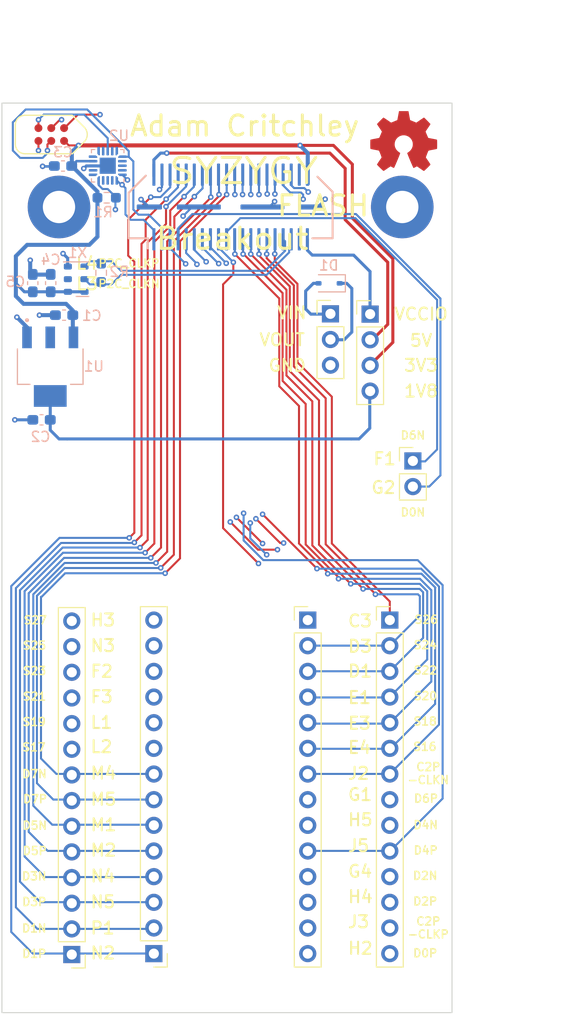
<source format=kicad_pcb>
(kicad_pcb (version 20221018) (generator pcbnew)
  (title_block (title "SYZYGY Breakout Flash") (date "2023-08-22") (rev "r1.0") (company "Adam Critchley") (comment 1 "SYZYGY Pod"))
  (layers (0 "F.Cu" signal) (1 "In1.Cu" signal) (2 "In2.Cu" power) (31 "B.Cu" signal) (34 "B.Paste" user) (35 "F.Paste" user) (36 "B.SilkS" user "B.Silkscreen") (37 "F.SilkS" user "F.Silkscreen") (38 "B.Mask" user) (39 "F.Mask" user) (44 "Edge.Cuts" user))
  (net 0 "")
  (net 1 "GND")
  (net 2 "/SCL")
  (net 3 "/SDA")
  (net 4 "/RGA")
  (net 5 "/D0_P")
  (net 6 "/D1_P")
  (net 7 "/D0_N")
  (net 8 "/D1_N")
  (net 9 "/D2_P")
  (net 10 "/D3_P")
  (net 11 "/D2_N")
  (net 12 "+5V")
  (net 13 "/D3_N")
  (net 14 "/D4_P")
  (net 15 "/D5_P")
  (net 16 "/D4_N")
  (net 17 "/D5_N")
  (net 18 "/D6_P")
  (net 19 "/D7_P")
  (net 20 "/D6_N")
  (net 21 "/D7_N")
  (net 22 "/S16")
  (net 23 "/S17")
  (net 24 "/S19")
  (net 25 "/S20")
  (net 26 "/S21")
  (net 27 "/S22")
  (net 28 "/S23")
  (net 29 "/S24")
  (net 30 "/S25")
  (net 31 "/S26")
  (net 32 "/S27")
  (net 33 "/P2C_CLK_P")
  (net 36 "+1V8")
  (net 37 "/S18")
  (net 38 "/P2C_CLK_N")
  (net 39 "VCCIO")
  (net 40 "+3V3")
  (net 42 "VCC")
  (net 43 "/Peripheral MCU/MISO")
  (net 44 "/Peripheral MCU/~{RESET}")
  (net 58 "/C2P_CLKP")
  (net 59 "/C2P_CLKN")
  (net 60 "Net-(D1-A)")
  (footprint "Connector_PinHeader_2.54mm:PinHeader_1x02_P2.54mm_Vertical" (layer "F.Cu") (at 148.034 115.627)
    (fp_text reference "J10" hide)
    (fp_text value "Conn_01x02")
  )
  (footprint "Connector_PinHeader_2.54mm:PinHeader_1x14_P2.54mm_Vertical" (layer "F.Cu") (at 137.62 131.38)
    (fp_text reference "J2" hide)
    (fp_text value "Conn_01x14")
  )
  (footprint "Connector_PinHeader_2.54mm:PinHeader_1x04_P2.54mm_Vertical" (layer "F.Cu") (at 143.798 101.092)
    (fp_text reference "J4" hide)
    (fp_text value "Conn_01x04")
  )
  (footprint "Symbol:OSHW-Symbol_6.7x6mm_Copper" (layer "F.Cu") (at 147.1168 83.9724)
    (fp_text reference "REF**" hide)
    (fp_text value "OSHW-Symbol_6.7x6mm_Copper" hide)
  )
  (footprint "Connector_PinHeader_2.54mm:PinHeader_1x03_P2.54mm_Vertical" (layer "F.Cu") (at 139.8683 101.0644)
    (fp_text reference "J5" hide)
    (fp_text value "Conn_01x03")
  )
  (footprint "Connector_PinHeader_2.54mm:PinHeader_1x14_P2.54mm_Vertical" (layer "F.Cu") (at 122.3772 164.4 180)
    (fp_text reference "J3" hide)
    (fp_text value "Conn_01x14")
  )
  (footprint "Connector_PinHeader_2.54mm:PinHeader_1x14_P2.54mm_Vertical" (layer "F.Cu") (at 145.748 131.38)
    (fp_text reference "J9" hide)
    (fp_text value "Conn_01x14")
  )
  (footprint "Connector_PinHeader_2.54mm:PinHeader_1x14_P2.54mm_Vertical" (layer "F.Cu") (at 114.2492 164.4904 180)
    (fp_text reference "J8" hide)
    (fp_text value "Conn_01x14")
  )
  (footprint "pkl_tag_connect:TC2030-NL_SMALL" (layer "F.Cu") (at 112.2172 83.312 180)
    (fp_text reference "J6")
    (fp_text value "TagConnect")
  )
  (footprint "gsd-footprints:SYZYGY-STD-POD" (layer "B.Cu") (at 129.982 90.486 180)
    (fp_text reference "J1" hide)
    (fp_text value "SYZYGY-STD" hide)
  )
  (footprint "Capacitor_SMD:C_0603_1608Metric_Pad1.08x0.95mm_HandSolder" (layer "B.Cu") (at 110.3852 98.0239 90)
    (fp_text reference "C5")
    (fp_text value "0.1uF")
  )
  (footprint "Resistor_SMD:R_0603_1608Metric_Pad0.98x0.95mm_HandSolder" (layer "B.Cu") (at 117.7055 89.5718)
    (fp_text reference "R1")
    (fp_text value "10K")
  )
  (footprint "Diode_SMD:D_SOD-323" (layer "B.Cu") (at 139.734 98.044 180)
    (fp_text reference "D1")
    (fp_text value "BAT60A")
  )
  (footprint "Capacitor_SMD:C_0603_1608Metric_Pad1.08x0.95mm_HandSolder" (layer "B.Cu") (at 113.4872 101.1936)
    (fp_text reference "C1")
    (fp_text value "1uF")
  )
  (footprint "Capacitor_SMD:C_0603_1608Metric_Pad1.08x0.95mm_HandSolder" (layer "B.Cu") (at 112.1621 98.0197 90)
    (fp_text reference "C4")
    (fp_text value "1uF")
  )
  (footprint "Oscillator:Oscillator_SMD_Silicon_Labs_LGA-6_2.5x3.2mm_P1.25mm" (layer "B.Cu") (at 114.6851 97.6322)
    (fp_text reference "X1")
    (fp_text value "SG3225VAN")
  )
  (footprint "Capacitor_SMD:C_0603_1608Metric_Pad1.08x0.95mm_HandSolder" (layer "B.Cu") (at 111.2531 111.5568 180)
    (fp_text reference "C2")
    (fp_text value "1uF")
  )
  (footprint "Capacitor_SMD:C_0603_1608Metric_Pad1.08x0.95mm_HandSolder" (layer "B.Cu") (at 113.38 86.43 180)
    (fp_text reference "C3")
    (fp_text value "0.1uF")
  )
  (footprint "kicad-libs:SOT230P700X180-4N" (layer "B.Cu") (at 112.1156 106.2946 -90)
    (fp_text reference "U1")
    (fp_text value "TLV1117LV18DCYT")
  )
  (footprint "Resistor_SMD:R_0603_1608Metric_Pad0.98x0.95mm_HandSolder" (layer "B.Cu") (at 117.1587 97.0007 90)
    (fp_text reference "R2")
    (fp_text value "100R")
  )
  (footprint "Package_DFN_QFN:QFN-20-1EP_3x3mm_P0.45mm_EP1.6x1.6mm" (layer "B.Cu") (at 117.808 86.403 90)
    (fp_text reference "U2")
    (fp_text value "ATtiny44A-MMH")
  )
  (gr_rect (start 107.3305 80.199) (end 151.9075 170.242) (stroke (width 0.1)) (fill none) (layer "Edge.Cuts"))
  (gr_text "D0N" (at 148.034 120.712) (layer "F.SilkS") (effects (font (size 0.8 0.8) (thickness 0.15) bold)))
  (gr_text "C3" (at 141.5 131.468252) (layer "F.SilkS") (effects (font (size 1.2 1.2) (thickness 0.2) bold) (justify left)))
  (gr_text "L1" (at 116 141.514701) (layer "F.SilkS") (effects (font (size 1.2 1.2) (thickness 0.2) bold) (justify left)))
  (gr_text "Adam Critchley" (at 119.84 83.628) (layer "F.SilkS") (effects (font (size 2 2) (thickness 0.3) bold) (justify left bottom)))
  (gr_text "L4" (at 114.554 96.0628) (layer "F.SilkS") (effects (font (size 1.2 1.2) (thickness 0.2) bold) (justify left)))
  (gr_text "D1P" (at 110.528296 164.408153) (layer "F.SilkS") (effects (font (size 0.8 0.8) (thickness 0.15) bold)))
  (gr_text "N2" (at 116 164.338) (layer "F.SilkS") (effects (font (size 1.2 1.2) (thickness 0.2) bold) (justify left)))
  (gr_text "L3" (at 114.581001 98.0948) (layer "F.SilkS") (effects (font (size 1.2 1.2) (thickness 0.2) bold) (justify left)))
  (gr_text "S18" (at 149.248395 141.404863) (layer "F.SilkS") (effects (font (size 0.8 0.8) (thickness 0.15) bold)))
  (gr_text "D1N" (at 110.528296 161.896998) (layer "F.SilkS") (effects (font (size 0.8 0.8) (thickness 0.15) bold)))
  (gr_text "GND" (at 135.588 106.172) (layer "F.SilkS") (effects (font (size 1.2 1.2) (thickness 0.2))))
  (gr_text "C2P\n-CLKP" (at 149.558 161.845121) (layer "F.SilkS") (effects (font (size 0.8 0.8) (thickness 0.15) bold)))
  (gr_text "E4" (at 141.5 143.997023) (layer "F.SilkS") (effects (font (size 1.2 1.2) (thickness 0.2) bold) (justify left)))
  (gr_text "S24" (at 149.275396 133.844398) (layer "F.SilkS") (effects (font (size 0.8 0.8) (thickness 0.15) bold)))
  (gr_text "VIN" (at 136.045414 100.965) (layer "F.SilkS") (effects (font (size 1.2 1.2) (thickness 0.2))))
  (gr_text "D2N" (at 149.248395 156.687804) (layer "F.SilkS") (effects (font (size 0.8 0.8) (thickness 0.15) bold)))
  (gr_text "F2" (at 116 136.446606) (layer "F.SilkS") (effects (font (size 1.2 1.2) (thickness 0.2) bold) (justify left)))
  (gr_text "D3" (at 141.5 133.979406) (layer "F.SilkS") (effects (font (size 1.2 1.2) (thickness 0.2) bold) (justify left)))
  (gr_text "D4P" (at 149.302398 154.176649) (layer "F.SilkS") (effects (font (size 0.8 0.8) (thickness 0.15) bold)))
  (gr_text "P2C_CLKN" (at 119.915001 98.0948) (layer "F.SilkS") (effects (font (size 0.8 0.8) (thickness 0.15) bold)))
  (gr_text "C2P\n-CLKN" (at 149.558 146.562181) (layer "F.SilkS") (effects (font (size 0.8 0.8) (thickness 0.15) bold)))
  (gr_text "D5N" (at 110.582299 151.717372) (layer "F.SilkS") (effects (font (size 0.8 0.8) (thickness 0.15) bold)))
  (gr_text "H2" (at 141.5 163.870246) (layer "F.SilkS") (effects (font (size 1.2 1.2) (thickness 0.2) bold) (justify left)))
  (gr_text "N3" (at 116 133.912559) (layer "F.SilkS") (effects (font (size 1.2 1.2) (thickness 0.2) bold) (justify left)))
  (gr_text "S16" (at 149.221393 143.916018) (layer "F.SilkS") (effects (font (size 0.8 0.8) (thickness 0.15) bold)))
  (gr_text "G4" (at 141.5 156.255777) (layer "F.SilkS") (effects (font (size 1.2 1.2) (thickness 0.2) bold) (justify left)))
  (gr_text "S22" (at 149.275396 136.355552) (layer "F.SilkS") (effects (font (size 0.8 0.8) (thickness 0.15) bold)))
  (gr_text "S25" (at 110.555297 133.896275) (layer "F.SilkS") (effects (font (size 0.8 0.8) (thickness 0.15) bold)))
  (gr_text "G1" (at 141.5 148.658704) (layer "F.SilkS") (effects (font (size 1.2 1.2) (thickness 0.2) bold) (justify left)))
  (gr_text "S20" (at 149.275396 138.893709) (layer "F.SilkS") (effects (font (size 0.8 0.8) (thickness 0.15) bold)))
  (gr_text "S27" (at 110.636302 131.38512) (layer "F.SilkS") (effects (font (size 0.8 0.8) (thickness 0.15) bold)))
  (gr_text "D7N" (at 110.555297 146.614058) (layer "F.SilkS") (effects (font (size 0.8 0.8) (thickness 0.15) bold)))
  (gr_text "Breakout" (at 122.38 94.8548) (layer "F.SilkS") (effects (font (size 2.1 2.3) (thickness 0.3) bold) (justify left bottom)))
  (gr_text "S19" (at 110.528296 141.45674) (layer "F.SilkS") (effects (font (size 0.8 0.8) (thickness 0.15) bold)))
  (gr_text "D1" (at 141.5 136.436557) (layer "F.SilkS") (effects (font (size 1.2 1.2) (thickness 0.2) bold) (justify left)))
  (gr_text "E3" (at 141.5 141.593875) (layer "F.SilkS") (effects (font (size 1.2 1.2) (thickness 0.2) bold) (justify left)))
  (gr_text "D7P" (at 110.609301 149.098211) (layer "F.SilkS") (effects (font (size 0.8 0.8) (thickness 0.15) bold)))
  (gr_text "S26" (at 149.356401 131.333243) (layer "F.SilkS") (effects (font (size 0.8 0.8) (thickness 0.15) bold)))
  (gr_text "1V8\n" (at 148.844 108.712) (layer "F.SilkS") (effects (font (size 1.2 1.2) (thickness 0.2))))
  (gr_text "M4" (at 116 146.52888) (layer "F.SilkS") (effects (font (size 1.2 1.2) (thickness 0.2) bold) (justify left)))
  (gr_text "E1" (at 141.5 139.055719) (layer "F.SilkS") (effects (font (size 1.2 1.2) (thickness 0.2) bold) (justify left)))
  (gr_text "D5P" (at 110.582299 154.228526) (layer "F.SilkS") (effects (font (size 0.8 0.8) (thickness 0.15) bold)))
  (gr_text "N4" (at 116 156.718985) (layer "F.SilkS") (effects (font (size 1.2 1.2) (thickness 0.2) bold) (justify left)))
  (gr_text "D2P" (at 149.248395 159.22596) (layer "F.SilkS") (effects (font (size 0.8 0.8) (thickness 0.15) bold)))
  (gr_text "H3" (at 116 131.378511) (layer "F.SilkS") (effects (font (size 1.2 1.2) (thickness 0.2) bold) (justify left)))
  (gr_text "J2" (at 141.5 146.556383) (layer "F.SilkS") (effects (font (size 1.2 1.2) (thickness 0.2) bold) (justify left)))
  (gr_text "D6N" (at 148.034 113.092) (layer "F.SilkS") (effects (font (size 0.8 0.8) (thickness 0.15) bold)))
  (gr_text "VCCIO" (at 148.844 101.092) (layer "F.SilkS") (effects (font (size 1.2 1.2) (thickness 0.2))))
  (gr_text "J3" (at 141.5 161.251085) (layer "F.SilkS") (effects (font (size 1.2 1.2) (thickness 0.2) bold) (justify left)))
  (gr_text "D4N" (at 149.302398 151.665495) (layer "F.SilkS") (effects (font (size 0.8 0.8) (thickness 0.15) bold)))
  (gr_text "J5" (at 141.5 153.714053) (layer "F.SilkS") (effects (font (size 1.2 1.2) (thickness 0.2) bold) (justify left)))
  (gr_text "H5" (at 141.5 151.152463) (layer "F.SilkS") (effects (font (size 1.2 1.2) (thickness 0.2) bold) (justify left)))
  (gr_text "M1" (at 116 151.65089) (layer "F.SilkS") (effects (font (size 1.2 1.2) (thickness 0.2) bold) (justify left)))
  (gr_text "M2" (at 116 154.15798) (layer "F.SilkS") (effects (font (size 1.2 1.2) (thickness 0.2) bold) (justify left)))
  (gr_text "P2C_CLKP" (at 119.915001 96.0628) (layer "F.SilkS") (effects (font (size 0.8 0.8) (thickness 0.15) bold)))
  (gr_text "S21" (at 110.555297 138.945586) (layer "F.SilkS") (effects (font (size 0.8 0.8) (thickness 0.15) bold)))
  (gr_text "S17" (at 110.501294 143.967895) (layer "F.SilkS") (effects (font (size 0.8 0.8) (thickness 0.15) bold)))
  (gr_text "G2" (at 143.8148 118.2624) (layer "F.SilkS") (effects (font (size 1.2 1.2) (thickness 0.2) bold) (justify left)))
  (gr_text "N5" (at 116 159.279991) (layer "F.SilkS") (effects (font (size 1.2 1.2) (thickness 0.2) bold) (justify left)))
  (gr_text "5V" (at 148.844 103.705216) (layer "F.SilkS") (effects (font (size 1.2 1.2) (thickness 0.2))))
  (gr_text "F1" (at 144.018 115.4176) (layer "F.SilkS") (effects (font (size 1.2 1.2) (thickness 0.2) bold) (justify left)))
  (gr_text "3V3" (at 148.844 106.172) (layer "F.SilkS") (effects (font (size 1.2 1.2) (thickness 0.2))))
  (gr_text "FLASH" (at 134.4168 91.5416) (layer "F.SilkS") (effects (font (size 2 2) (thickness 0.3) bold) (justify left bottom)))
  (gr_text "D3P" (at 110.528296 159.277837) (layer "F.SilkS") (effects (font (size 0.8 0.8) (thickness 0.15) bold)))
  (gr_text "SYZYGY" (at 131.27 86.93) (layer "F.SilkS") (effects (font (size 2.5 2.7) (thickness 0.3))))
  (gr_text "F3" (at 116 138.980654) (layer "F.SilkS") (effects (font (size 1.2 1.2) (thickness 0.2) bold) (justify left)))
  (gr_text "D3N" (at 110.528296 156.739681) (layer "F.SilkS") (effects (font (size 0.8 0.8) (thickness 0.15) bold)))
  (gr_text "P1" (at 116 161.867954) (layer "F.SilkS") (effects (font (size 1.2 1.2) (thickness 0.2) bold) (justify left)))
  (gr_text "VOUT" (at 135.08 103.632) (layer "F.SilkS") (effects (font (size 1.2 1.2) (thickness 0.2))))
  (gr_text "H4" (at 141.5 158.766932) (layer "F.SilkS") (effects (font (size 1.2 1.2) (thickness 0.2) bold) (justify left)))
  (gr_text "L2" (at 116 143.913959) (layer "F.SilkS") (effects (font (size 1.2 1.2) (thickness 0.2) bold) (justify left)))
  (gr_text "D6P" (at 149.3294 149.046334) (layer "F.SilkS") (effects (font (size 0.8 0.8) (thickness 0.15) bold)))
  (gr_text "S23" (at 110.555297 136.407429) (layer "F.SilkS") (effects (font (size 0.8 0.8) (thickness 0.15) bold)))
  (gr_text "D0P" (at 149.248395 164.356276) (layer "F.SilkS") (effects (font (size 0.8 0.8) (thickness 0.15) bold)))
  (gr_text "M5" (at 116 149.116843) (layer "F.SilkS") (effects (font (size 1.2 1.2) (thickness 0.2) bold) (justify left)))
  (segment (start 110.95 84.898) (end 110.95 83.9244) (width 0.2) (layer "F.Cu") (net 1))
  (via locked (at 111.0488 101.1936) (size 0.55) (drill 0.25) (layers "F.Cu" "B.Cu") (net 1))
  (via (at 111.36 86.46) (size 0.55) (drill 0.25) (layers "F.Cu" "B.Cu") (net 1))
  (via locked (at 110.95 84.898) (size 0.55) (drill 0.25) (layers "F.Cu" "B.Cu") (net 1))
  (via locked (at 113.3856 95.0976) (size 0.55) (drill 0.25) (layers "F.Cu" "B.Cu") (net 1))
  (via locked (at 108.8136 101.3968) (size 0.55) (drill 0.25) (layers "F.Cu" "B.Cu") (net 1))
  (via locked (at 125.2728 91.3892) (size 0.55) (drill 0.25) (layers "F.Cu" "B.Cu") (net 1))
  (via (at 139.3444 89.7128) (size 0.55) (drill 0.25) (layers "F.Cu" "B.Cu") (net 1))
  (via locked (at 121.11 89.741873) (size 0.55) (drill 0.25) (layers "F.Cu" "B.Cu") (net 1))
  (via locked (at 108.6104 111.5568) (size 0.55) (drill 0.25) (layers "F.Cu" "B.Cu") (net 1))
  (via locked (at 110.1344 95.758) (size 0.55) (drill 0.25) (layers "F.Cu" "B.Cu") (net 1))
  (via locked (at 115.436972 86.676) (size 0.55) (drill 0.25) (layers "F.Cu" "B.Cu") (net 1))
  (via locked (at 134.337927 89.942102) (size 0.55) (drill 0.25) (layers "F.Cu" "B.Cu") (net 1))
  (segment locked (start 110.4392 97.1804) (end 110.1344 96.8756) (width 0.4) (layer "B.Cu") (net 1))
  (segment locked (start 108.6104 111.5568) (end 110.2868 111.5568) (width 0.3) (layer "B.Cu") (net 1))
  (segment (start 139.3444 89.7128) (end 138.5712 90.486) (width 0.2) (layer "B.Cu") (net 1))
  (segment locked (start 115.690972 86.422) (end 117.808 86.422) (width 0.3) (layer "B.Cu") (net 1))
  (segment (start 112.62 86.47) (end 111.37 86.47) (width 0.25) (layer "B.Cu") (net 1))
  (segment locked (start 134.337927 89.942102) (end 133.794029 90.486) (width 0.2) (layer "B.Cu") (net 1))
  (segment locked (start 113.8456 95.5576) (end 113.3856 95.0976) (width 0.3) (layer "B.Cu") (net 1))
  (segment locked (start 125.2728 91.3892) (end 126.1872 90.4748) (width 0.2) (layer "B.Cu") (net 1))
  (segment locked (start 109.8804 103.4288) (end 109.8804 102.4636) (width 0.4) (layer "B.Cu") (net 1))
  (segment (start 138.5712 90.486) (end 138.032 90.486) (width 0.2) (layer "B.Cu") (net 1))
  (segment (start 111.37 86.47) (end 111.36 86.46) (width 0.25) (layer "B.Cu") (net 1))
  (segment locked (start 112.6236 101.1936) (end 111.0488 101.1936) (width 0.4) (layer "B.Cu") (net 1))
  (segment locked (start 110.1344 96.8756) (end 110.1344 95.758) (width 0.4) (layer "B.Cu") (net 1))
  (segment locked (start 121.854127 90.486) (end 121.11 89.741873) (width 0.3) (layer "B.Cu") (net 1))
  (segment locked (start 109.3724 101.9556) (end 108.8136 101.3968) (width 0.4) (layer "B.Cu") (net 1))
  (segment locked (start 133.794029 90.486) (end 133.132 90.486) (width 0.2) (layer "B.Cu") (net 1))
  (segment locked (start 112.1664 97.1804) (end 110.4392 97.1804) (width 0.4) (layer "B.Cu") (net 1))
  (segment locked (start 109.8804 102.4636) (end 109.3724 101.9556) (width 0.4) (layer "B.Cu") (net 1))
  (segment locked (start 126.1872 90.4748) (end 126.8476 90.4748) (width 0.2) (layer "B.Cu") (net 1))
  (segment locked (start 113.8456 96.029) (end 113.8456 95.5576) (width 0.3) (layer "B.Cu") (net 1))
  (segment locked (start 113.8456 96.029) (end 113.8456 96.393) (width 0.3) (layer "B.Cu") (net 1))
  (segment locked (start 115.436972 86.676) (end 115.690972 86.422) (width 0.3) (layer "B.Cu") (net 1))
  (segment (start 113.236 81.85) (end 113.0696 81.85) (width 0.2) (layer "F.Cu") (net 2))
  (segment (start 113.0696 81.85) (end 112.2172 82.7024) (width 0.2) (layer "F.Cu") (net 2))
  (via locked (at 119.231 88.2831) (size 0.55) (drill 0.25) (layers "F.Cu" "B.Cu") (net 2))
  (via locked (at 113.236 81.85) (size 0.55) (drill 0.25) (layers "F.Cu" "B.Cu") (net 2))
  (segment locked (start 118.708 87.853) (end 119.138 88.2831) (width 0.2) (layer "B.Cu") (net 2))
  (segment locked (start 122.382 93.1045) (end 122.382 93.686) (width 0.2) (layer "B.Cu") (net 2))
  (segment locked (start 121.364 91.756) (end 122.382 92.774) (width 0.2) (layer "B.Cu") (net 2))
  (segment locked (start 120.094 91.756) (end 121.364 91.756) (width 0.2) (layer "B.Cu") (net 2))
  (segment locked (start 122.382 92.774) (end 122.382 93.1045) (width 0.2) (layer "B.Cu") (net 2))
  (segment locked (start 119.568 88.6202) (end 119.568 91.23) (width 0.2) (layer "B.Cu") (net 2))
  (segment locked (start 119.231 88.2831) (end 119.568 88.6202) (width 0.2) (layer "B.Cu") (net 2))
  (segment locked (start 119.568 91.23) (end 120.094 91.756) (width 0.2) (layer "B.Cu") (net 2))
  (segment locked (start 119.138 88.2831) (end 119.231 88.2831) (width 0.2) (layer "B.Cu") (net 2))
  (segment locked (start 111.839 84.898) (end 111.839 84.4402) (width 0.2) (layer "F.Cu") (net 3))
  (segment (start 111.839 84.2998) (end 112.2172 83.9216) (width 0.2) (layer "F.Cu") (net 3))
  (segment (start 111.839 84.4402) (end 111.839 84.2998) (width 0.2) (layer "F.Cu") (net 3))
  (via locked (at 111.839 84.898) (size 0.55) (drill 0.25) (layers "F.Cu" "B.Cu") (net 3))
  (segment locked (start 120.856 91.248) (end 120.348 90.74) (width 0.2) (layer "B.Cu") (net 3))
  (segment locked (start 123.182 92.558) (end 121.872 91.248) (width 0.2) (layer "B.Cu") (net 3))
  (segment locked (start 119.888809 85.515076) (end 119.271362 85.515076) (width 0.2) (layer "B.Cu") (net 3))
  (segment locked (start 123.182 92.9817) (end 123.182 93.686) (width 0.2) (layer "B.Cu") (net 3))
  (segment locked (start 111.839 84.898) (end 111.839 85.152) (width 0.2) (layer "B.Cu") (net 3))
  (segment locked (start 121.872 91.248) (end 120.856 91.248) (width 0.2) (layer "B.Cu") (net 3))
  (segment locked (start 111.364 85.627) (end 109.139 85.627) (width 0.2) (layer "B.Cu") (net 3))
  (segment locked (start 120.348 85.974267) (end 119.888809 85.515076) (width 0.2) (layer "B.Cu") (net 3))
  (segment locked (start 109.139 85.627) (end 108.41 84.898) (width 0.2) (layer "B.Cu") (net 3))
  (segment locked (start 115.776 80.834) (end 109.68 80.834) (width 0.2) (layer "B.Cu") (net 3))
  (segment locked (start 111.839 85.152) (end 111.364 85.627) (width 0.2) (layer "B.Cu") (net 3))
  (segment locked (start 119.888809 84.946809) (end 119.888809 85.515076) (width 0.2) (layer "B.Cu") (net 3))
  (segment locked (start 115.776 80.834) (end 119.888809 84.946809) (width 0.2) (layer "B.Cu") (net 3))
  (segment locked (start 108.41 84.898) (end 108.41 82.104) (width 0.2) (layer "B.Cu") (net 3))
  (segment locked (start 123.182 92.9817) (end 123.182 92.558) (width 0.2) (layer "B.Cu") (net 3))
  (segment locked (start 120.348 90.74) (end 120.348 85.974267) (width 0.2) (layer "B.Cu") (net 3))
  (segment locked (start 109.68 80.834) (end 108.41 82.104) (width 0.2) (layer "B.Cu") (net 3))
  (via locked (at 118.57 90.74) (size 0.55) (drill 0.25) (layers "F.Cu" "B.Cu") (net 4))
  (via locked (at 122.942 88.7637) (size 0.55) (drill 0.25) (layers "F.Cu" "B.Cu") (net 4))
  (segment locked (start 116.919 88.327) (end 116.919 88.073) (width 0.2) (layer "B.Cu") (net 4))
  (segment locked (start 118.57 90.74) (end 118.57 89.47) (width 0.2) (layer "B.Cu") (net 4))
  (segment locked (start 122.942 88.7637) (end 123.182 88.524) (width 0.2) (layer "B.Cu") (net 4))
  (segment locked (start 116.919 87.946) (end 116.908 87.935) (width 0.2) (layer "B.Cu") (net 4))
  (segment locked (start 118.57 89.47) (end 117.808 88.708) (width 0.2) (layer "B.Cu") (net 4))
  (segment locked (start 117.3 88.708) (end 116.919 88.327) (width 0.2) (layer "B.Cu") (net 4))
  (segment locked (start 116.919 88.327) (end 116.919 88.073) (width 0.2) (layer "B.Cu") (net 4))
  (segment locked (start 116.908 87.935) (end 116.908 87.853) (width 0.2) (layer "B.Cu") (net 4))
  (segment locked (start 123.182 88.524) (end 123.182 87.286) (width 0.2) (layer "B.Cu") (net 4))
  (segment locked (start 116.919 88.073) (end 116.919 87.819) (width 0.2) (layer "B.Cu") (net 4))
  (segment locked (start 117.808 88.708) (end 117.3 88.708) (width 0.2) (layer "B.Cu") (net 4))
  (via (at 125.5268 96.1136) (size 0.55) (drill 0.25) (layers "F.Cu" "B.Cu") (net 5))
  (segment (start 124.0028 93.7768) (end 124.0028 94.51339) (width 0.2) (layer "B.Cu") (net 5))
  (segment (start 124.0028 94.5388) (end 124.0028 94.5896) (width 0.2) (layer "B.Cu") (net 5))
  (segment (start 124.0028 94.5896) (end 125.5268 96.1136) (width 0.2) (layer "B.Cu") (net 5))
  (segment (start 120.4468 95.9104) (end 119.8372 95.3008) (width 0.2) (layer "F.Cu") (net 6))
  (segment (start 119.8372 91.7448) (end 122.0724 89.5096) (width 0.2) (layer "F.Cu") (net 6))
  (segment (start 119.8372 95.3008) (end 119.8372 91.7448) (width 0.2) (layer "F.Cu") (net 6))
  (segment (start 120.4468 122.73249) (end 120.4468 95.9104) (width 0.2) (layer "F.Cu") (net 6))
  (segment (start 119.93799 123.2413) (end 120.4468 122.73249) (width 0.2) (layer "F.Cu") (net 6))
  (via (at 119.93799 123.2413) (size 0.55) (drill 0.25) (layers "F.Cu" "B.Cu") (net 6))
  (via (at 122.0724 89.5096) (size 0.55) (drill 0.25) (layers "F.Cu" "B.Cu") (net 6))
  (segment (start 119.93799 123.2413) (end 119.93749 123.2408) (width 0.2) (layer "B.Cu") (net 6))
  (segment (start 124.0028 88.5444) (end 124.0028 87.2744) (width 0.2) (layer "B.Cu") (net 6))
  (segment (start 122.0724 89.5096) (end 123.0376 89.5096) (width 0.2) (layer "B.Cu") (net 6))
  (segment (start 108.2548 162.2552) (end 110.3884 164.3888) (width 0.2) (layer "B.Cu") (net 6))
  (segment (start 110.3884 164.3888) (end 122.3772 164.3888) (width 0.2) (layer "B.Cu") (net 6))
  (segment (start 119.93749 123.2408) (end 113.03 123.2408) (width 0.2) (layer "B.Cu") (net 6))
  (segment (start 108.2548 128.016) (end 108.2548 162.2552) (width 0.2) (layer "B.Cu") (net 6))
  (segment (start 113.03 123.2408) (end 108.2548 128.016) (width 0.2) (layer "B.Cu") (net 6))
  (segment (start 123.0376 89.5096) (end 124.0028 88.5444) (width 0.2) (layer "B.Cu") (net 6))
  (segment (start 124.8156 93.726) (end 124.8156 92.916521) (width 0.2) (layer "B.Cu") (net 7))
  (segment (start 150.762752 117.054848) (end 149.6568 118.1608) (width 0.2) (layer "B.Cu") (net 7))
  (segment (start 142.397648 91.186) (end 150.762752 99.551104) (width 0.2) (layer "B.Cu") (net 7))
  (segment (start 149.6568 118.1608) (end 148.0312 118.1608) (width 0.2) (layer "B.Cu") (net 7))
  (segment (start 124.8156 92.556336) (end 126.185936 91.186) (width 0.2) (layer "B.Cu") (net 7))
  (segment (start 124.8156 92.9132) (end 124.8156 92.556336) (width 0.2) (layer "B.Cu") (net 7))
  (segment (start 150.762752 99.551104) (end 150.762752 117.054848) (width 0.2) (layer "B.Cu") (net 7))
  (segment (start 126.185936 91.186) (end 142.397648 91.186) (width 0.2) (layer "B.Cu") (net 7))
  (segment (start 121.5644 93.726) (end 121.158 94.1324) (width 0.2) (layer "F.Cu") (net 8))
  (segment (start 123.5964 89.7128) (end 121.5644 91.7448) (width 0.2) (layer "F.Cu") (net 8))
  (segment (start 121.5644 91.7448) (end 121.5644 93.726) (width 0.2) (layer "F.Cu") (net 8))
  (segment (start 121.158 94.1324) (end 121.158 122.9873) (width 0.2) (layer "F.Cu") (net 8))
  (segment (start 121.158 122.9873) (end 120.4468 123.6985) (width 0.2) (layer "F.Cu") (net 8))
  (via (at 123.5964 89.7128) (size 0.55) (drill 0.25) (layers "F.Cu" "B.Cu") (net 8))
  (via (at 120.4468 123.6985) (size 0.55) (drill 0.25) (layers "F.Cu" "B.Cu") (net 8))
  (segment (start 124.7648 87.2236) (end 124.7648 88.5444) (width 0.2) (layer "B.Cu") (net 8))
  (segment (start 108.712 128.2192) (end 108.712 159.8168) (width 0.2) (layer "B.Cu") (net 8))
  (segment (start 120.4468 123.6985) (end 120.4025 123.7428) (width 0.2) (layer "B.Cu") (net 8))
  (segment (start 110.8456 161.9504) (end 122.3264 161.9504) (width 0.2) (layer "B.Cu") (net 8))
  (segment (start 124.7648 88.5444) (end 123.5964 89.7128) (width 0.2) (layer "B.Cu") (net 8))
  (segment (start 108.712 159.8168) (end 110.8456 161.9504) (width 0.2) (layer "B.Cu") (net 8))
  (segment (start 113.1884 123.7428) (end 108.712 128.2192) (width 0.2) (layer "B.Cu") (net 8))
  (segment (start 120.4025 123.7428) (end 113.1884 123.7428) (width 0.2) (layer "B.Cu") (net 8))
  (segment (start 129.9464 121.666) (end 132.6896 124.4092) (width 0.2) (layer "F.Cu") (net 9))
  (segment (start 132.6896 124.4092) (end 134.62 124.4092) (width 0.2) (layer "F.Cu") (net 9))
  (via (at 126.6444 96.1644) (size 0.55) (drill 0.25) (layers "F.Cu" "B.Cu") (net 9))
  (via (at 129.9464 121.666) (size 0.55) (drill 0.25) (layers "F.Cu" "B.Cu") (net 9))
  (via (at 134.62 124.4092) (size 0.55) (drill 0.25) (layers "F.Cu" "B.Cu") (net 9))
  (segment (start 126.6444 96.1136) (end 126.6444 96.1644) (width 0.3) (layer "B.Cu") (net 9))
  (segment (start 125.5776 95.0468) (end 126.6444 96.1136) (width 0.2) (layer "B.Cu") (net 9))
  (segment (start 125.5776 93.726) (end 125.5776 95.0468) (width 0.2) (layer "B.Cu") (net 9))
  (segment (start 121.7676 93.985248) (end 123.5835 92.169348) (width 0.2) (layer "F.Cu") (net 10))
  (segment (start 121.0056 124.206) (end 121.7676 123.444) (width 0.2) (layer "F.Cu") (net 10))
  (segment (start 123.5835 92.169348) (end 123.5835 90.448415) (width 0.2) (layer "F.Cu") (net 10))
  (segment (start 121.7676 123.444) (end 121.7676 93.985248) (width 0.2) (layer "F.Cu") (net 10))
  (via (at 123.5835 90.448415) (size 0.55) (drill 0.25) (layers "F.Cu" "B.Cu") (net 10))
  (via (at 121.0056 124.206) (size 0.55) (drill 0.25) (layers "F.Cu" "B.Cu") (net 10))
  (segment (start 109.1184 157.2768) (end 111.1504 159.3088) (width 0.2) (layer "B.Cu") (net 10))
  (segment (start 109.1184 128.4224) (end 109.1184 157.2768) (width 0.2) (layer "B.Cu") (net 10))
  (segment (start 111.1504 159.3088) (end 122.3772 159.3088) (width 0.2) (layer "B.Cu") (net 10))
  (segment (start 125.5776 88.454315) (end 123.5835 90.448415) (width 0.2) (layer "B.Cu") (net 10))
  (segment (start 121.0056 124.206) (end 120.9996 124.2) (width 0.2) (layer "B.Cu") (net 10))
  (segment (start 125.5776 87.2236) (end 125.5776 88.454315) (width 0.2) (layer "B.Cu") (net 10))
  (segment (start 120.9996 124.2) (end 113.3408 124.2) (width 0.2) (layer "B.Cu") (net 10))
  (segment (start 113.3408 124.2) (end 109.1184 128.4224) (width 0.2) (layer "B.Cu") (net 10))
  (segment (start 133.1468 123.7996) (end 130.683 121.3358) (width 0.2) (layer "F.Cu") (net 11))
  (segment (start 130.683 121.3358) (end 130.6068 121.2596) (width 0.2) (layer "F.Cu") (net 11))
  (via (at 130.556 121.2088) (size 0.55) (drill 0.25) (layers "F.Cu" "B.Cu") (net 11))
  (via (at 127.5588 95.9104) (size 0.55) (drill 0.25) (layers "F.Cu" "B.Cu") (net 11))
  (via (at 133.1468 123.7996) (size 0.55) (drill 0.25) (layers "F.Cu" "B.Cu") (net 11))
  (segment (start 126.3396 94.6404) (end 126.3396 93.726) (width 0.2) (layer "B.Cu") (net 11))
  (segment (start 127.508 95.8596) (end 127.5588 95.9104) (width 0.3) (layer "B.Cu") (net 11))
  (segment (start 126.3396 94.6912) (end 127.508 95.8596) (width 0.2) (layer "B.Cu") (net 11))
  (segment locked (start 141.3256 86.6648) (end 139.8128 85.152) (width 0.3) (layer "F.Cu") (net 12))
  (segment (start 145.542 102.108) (end 143.764 103.886) (width 0.3) (layer "F.Cu") (net 12))
  (segment (start 141.3256 91.7448) (end 145.542 95.9612) (width 0.3) (layer "F.Cu") (net 12))
  (segment locked (start 139.8128 85.152) (end 123.65 85.152) (width 0.3) (layer "F.Cu") (net 12))
  (segment (start 141.3256 91.229354) (end 141.3256 91.7448) (width 0.3) (layer "F.Cu") (net 12))
  (segment (start 145.542 95.9612) (end 145.542 102.108) (width 0.3) (layer "F.Cu") (net 12))
  (segment locked (start 141.3256 91.229354) (end 141.3256 86.6648) (width 0.3) (layer "F.Cu") (net 12))
  (via locked (at 123.65 85.152) (size 0.55) (drill 0.25) (layers "F.Cu" "B.Cu") (net 12))
  (segment locked (start 123.0404 85.152) (end 122.38 85.8124) (width 0.3) (layer "B.Cu") (net 12))
  (segment locked (start 123.65 85.152) (end 123.0404 85.152) (width 0.3) (layer "B.Cu") (net 12))
  (segment locked (start 122.38 87.438) (end 122.38 85.8124) (width 0.3) (layer "B.Cu") (net 12))
  (segment (start 122.428 123.7996) (end 121.5136 124.714) (width 0.2) (layer "F.Cu") (net 13))
  (segment (start 125.3744 89.4588) (end 124.0028 90.8304) (width 0.2) (layer "F.Cu") (net 13))
  (segment (start 122.428 93.9292) (end 122.428 123.7996) (width 0.2) (layer "F.Cu") (net 13))
  (segment (start 124.0028 90.8304) (end 124.0028 92.3544) (width 0.2) (layer "F.Cu") (net 13))
  (segment (start 124.0028 92.3544) (end 122.428 93.9292) (width 0.2) (layer "F.Cu") (net 13))
  (via (at 121.5136 124.714) (size 0.55) (drill 0.25) (layers "F.Cu" "B.Cu") (net 13))
  (via (at 125.3744 89.4588) (size 0.55) (drill 0.25) (layers "F.Cu" "B.Cu") (net 13))
  (segment (start 121.5136 124.714) (end 113.3856 124.714) (width 0.2) (layer "B.Cu") (net 13))
  (segment (start 109.5756 154.7876) (end 111.6076 156.8196) (width 0.2) (layer "B.Cu") (net 13))
  (segment (start 113.3856 124.714) (end 109.5756 128.524) (width 0.2) (layer "B.Cu") (net 13))
  (segment (start 125.3744 89.4588) (end 126.3396 88.4936) (width 0.2) (layer "B.Cu") (net 13))
  (segment (start 109.5756 128.524) (end 109.5756 154.7876) (width 0.2) (layer "B.Cu") (net 13))
  (segment (start 126.3396 88.4936) (end 126.3396 87.2236) (width 0.2) (layer "B.Cu") (net 13))
  (segment (start 111.6076 156.8196) (end 122.2756 156.8196) (width 0.2) (layer "B.Cu") (net 13))
  (via (at 128.800535 96.091065) (size 0.55) (drill 0.25) (layers "F.Cu" "B.Cu") (net 14))
  (via (at 131.2672 120.8024) (size 0.55) (drill 0.25) (layers "F.Cu" "B.Cu") (net 14))
  (segment (start 150.9776 127.9144) (end 150.9776 149.0472) (width 0.2) (layer "B.Cu") (net 14))
  (segment (start 150.9776 149.0472) (end 145.796 154.2288) (width 0.2) (layer "B.Cu") (net 14))
  (segment (start 127.2032 94.51379) (end 128.7272 96.03779) (width 0.2) (layer "B.Cu") (net 14))
  (segment (start 131.2672 120.8024) (end 131.2672 123.4948) (width 0.2) (layer "B.Cu") (net 14))
  (segment (start 131.2672 123.4948) (end 133.2198 125.4474) (width 0.2) (layer "B.Cu") (net 14))
  (segment (start 127.2032 93.6752) (end 127.2032 94.51379) (width 0.2) (layer "B.Cu") (net 14))
  (segment (start 148.5106 125.4474) (end 150.9776 127.9144) (width 0.2) (layer "B.Cu") (net 14))
  (segment (start 128.74726 96.03779) (end 128.800535 96.091065) (width 0.3) (layer "B.Cu") (net 14))
  (segment (start 145.796 154.2288) (end 137.7188 154.2288) (width 0.2) (layer "B.Cu") (net 14))
  (segment (start 128.7272 96.03779) (end 128.74726 96.03779) (width 0.3) (layer "B.Cu") (net 14))
  (segment (start 133.2198 125.4474) (end 148.5106 125.4474) (width 0.2) (layer "B.Cu") (net 14))
  (segment (start 123.0884 124.206) (end 122.0724 125.222) (width 0.2) (layer "F.Cu") (net 15))
  (segment (start 126.3904 89.4588) (end 124.4092 91.44) (width 0.2) (layer "F.Cu") (net 15))
  (segment (start 123.0884 93.8784) (end 123.0884 124.206) (width 0.2) (layer "F.Cu") (net 15))
  (segment (start 124.4092 91.44) (end 124.4092 92.5576) (width 0.2) (layer "F.Cu") (net 15))
  (segment (start 124.4092 92.5576) (end 123.0884 93.8784) (width 0.2) (layer "F.Cu") (net 15))
  (via (at 122.0724 125.222) (size 0.55) (drill 0.25) (layers "F.Cu" "B.Cu") (net 15))
  (via (at 126.3904 89.4588) (size 0.55) (drill 0.25) (layers "F.Cu" "B.Cu") (net 15))
  (segment (start 109.982 128.7272) (end 109.982 152.3492) (width 0.2) (layer "B.Cu") (net 15))
  (segment (start 109.982 152.3492) (end 111.8616 154.2288) (width 0.2) (layer "B.Cu") (net 15))
  (segment (start 111.8616 154.2288) (end 122.428 154.2288) (width 0.2) (layer "B.Cu") (net 15))
  (segment (start 127.2032 88.646) (end 127.2032 87.2744) (width 0.2) (layer "B.Cu") (net 15))
  (segment (start 113.4872 125.222) (end 109.982 128.7272) (width 0.2) (layer "B.Cu") (net 15))
  (segment (start 126.3904 89.4588) (end 127.2032 88.646) (width 0.2) (layer "B.Cu") (net 15))
  (segment (start 122.0724 125.222) (end 113.4872 125.222) (width 0.2) (layer "B.Cu") (net 15))
  (via (at 131.9276 121.7676) (size 0.55) (drill 0.25) (layers "F.Cu" "B.Cu") (net 16))
  (via (at 129.546105 96.056695) (size 0.55) (drill 0.25) (layers "F.Cu" "B.Cu") (net 16))
  (via (at 133.550935 124.912965) (size 0.55) (drill 0.25) (layers "F.Cu" "B.Cu") (net 16))
  (segment (start 131.9276 123.28963) (end 133.550935 124.912965) (width 0.2) (layer "B.Cu") (net 16))
  (segment (start 131.9276 121.7676) (end 131.9276 123.28963) (width 0.2) (layer "B.Cu") (net 16))
  (segment (start 127.9652 94.47579) (end 129.4892 95.99979) (width 0.2) (layer "B.Cu") (net 16))
  (segment (start 129.4892 95.99979) (end 129.546105 96.056695) (width 0.3) (layer "B.Cu") (net 16))
  (segment (start 127.9652 93.6752) (end 127.9652 94.47579) (width 0.2) (layer "B.Cu") (net 16))
  (segment (start 123.698 124.6124) (end 122.5864 125.724) (width 0.2) (layer "F.Cu") (net 17))
  (segment (start 128.016 89.5096) (end 128.016 89.5604) (width 0.2) (layer "F.Cu") (net 17))
  (segment (start 128.016 89.5604) (end 123.698 93.8784) (width 0.2) (layer "F.Cu") (net 17))
  (segment (start 123.698 93.8784) (end 123.698 124.6124) (width 0.2) (layer "F.Cu") (net 17))
  (via (at 128.016 89.5096) (size 0.55) (drill 0.25) (layers "F.Cu" "B.Cu") (net 17))
  (via (at 122.5864 125.724) (size 0.55) (drill 0.25) (layers "F.Cu" "B.Cu") (net 17))
  (segment (start 113.544 125.724) (end 110.4392 128.8288) (width 0.2) (layer "B.Cu") (net 17))
  (segment (start 112.3188 151.638) (end 122.2756 151.638) (width 0.2) (layer "B.Cu") (net 17))
  (segment (start 128.016 89.5096) (end 128.016 87.2744) (width 0.2) (layer "B.Cu") (net 17))
  (segment (start 110.4392 149.7584) (end 112.3188 151.638) (width 0.2) (layer "B.Cu") (net 17))
  (segment (start 110.4392 128.8288) (end 110.4392 149.7584) (width 0.2) (layer "B.Cu") (net 17))
  (segment (start 122.5864 125.724) (end 113.544 125.724) (width 0.2) (layer "B.Cu") (net 17))
  (segment (start 129.2352 98.1456) (end 130.2512 97.1296) (width 0.2) (layer "F.Cu") (net 18))
  (segment (start 130.2512 95.9612) (end 130.2512 97.1296) (width 0.2) (layer "F.Cu") (net 18))
  (segment (start 129.2352 122.2756) (end 129.2352 98.1456) (width 0.2) (layer "F.Cu") (net 18))
  (segment (start 132.7404 125.7808) (end 129.2352 122.2756) (width 0.2) (layer "F.Cu") (net 18))
  (via (at 132.7404 125.7808) (size 0.55) (drill 0.25) (layers "F.Cu" "B.Cu") (net 18))
  (via (at 130.2512 95.9612) (size 0.55) (drill 0.25) (layers "F.Cu" "B.Cu") (net 18))
  (segment (start 130.25061 95.9612) (end 130.2512 95.9612) (width 0.2) (layer "B.Cu") (net 18))
  (segment (start 128.778 94.48859) (end 130.25061 95.9612) (width 0.2) (layer "B.Cu") (net 18))
  (segment (start 128.778 93.6752) (end 128.778 94.48859) (width 0.2) (layer "B.Cu") (net 18))
  (segment (start 128.8288 89.406736) (end 124.3584 93.877136) (width 0.2) (layer "F.Cu") (net 19))
  (segment (start 124.3584 124.908614) (end 123.057645 126.209369) (width 0.2) (layer "F.Cu") (net 19))
  (segment (start 128.8288 89.2556) (end 128.8288 89.406736) (width 0.2) (layer "F.Cu") (net 19))
  (segment (start 124.3584 93.877136) (end 124.3584 124.908614) (width 0.2) (layer "F.Cu") (net 19))
  (via (at 123.057645 126.209369) (size 0.55) (drill 0.25) (layers "F.Cu" "B.Cu") (net 19))
  (via (at 128.8288 89.2556) (size 0.55) (drill 0.25) (layers "F.Cu" "B.Cu") (net 19))
  (segment (start 128.8288 88.646) (end 128.8288 89.2556) (width 0.2) (layer "B.Cu") (net 19))
  (segment (start 128.8288 87.2744) (end 128.8288 88.646) (width 0.2) (layer "B.Cu") (net 19))
  (segment (start 110.7948 147.5232) (end 112.4204 149.1488) (width 0.2) (layer "B.Cu") (net 19))
  (segment (start 112.4204 149.1488) (end 122.3772 149.1488) (width 0.2) (layer "B.Cu") (net 19))
  (segment (start 123.041014 126.226) (end 113.55 126.226) (width 0.2) (layer "B.Cu") (net 19))
  (segment (start 113.55 126.226) (end 110.7948 128.9812) (width 0.2) (layer "B.Cu") (net 19))
  (segment (start 123.057645 126.209369) (end 123.041014 126.226) (width 0.2) (layer "B.Cu") (net 19))
  (segment (start 110.7948 128.9812) (end 110.7948 147.5232) (width 0.2) (layer "B.Cu") (net 19))
  (segment (start 150.435752 114.486248) (end 149.2504 115.6716) (width 0.2) (layer "B.Cu") (net 20))
  (segment (start 150.435752 99.686552) (end 150.435752 114.486248) (width 0.2) (layer "B.Cu") (net 20))
  (segment (start 129.5908 93.8276) (end 129.5908 92.941321) (width 0.2) (layer "B.Cu") (net 20))
  (segment (start 149.2504 115.6716) (end 148.1328 115.6716) (width 0.2) (layer "B.Cu") (net 20))
  (segment (start 142.3416 91.5924) (end 150.435752 99.686552) (width 0.2) (layer "B.Cu") (net 20))
  (segment (start 129.5908 92.941321) (end 130.939721 91.5924) (width 0.2) (layer "B.Cu") (net 20))
  (segment (start 130.939721 91.5924) (end 142.3416 91.5924) (width 0.2) (layer "B.Cu") (net 20))
  (segment (start 129.5908 89.2556) (end 124.968 93.8784) (width 0.2) (layer "F.Cu") (net 21))
  (segment (start 124.968 93.8784) (end 124.968 125.2728) (width 0.2) (layer "F.Cu") (net 21))
  (segment (start 124.968 125.2728) (end 123.4948 126.746) (width 0.2) (layer "F.Cu") (net 21))
  (via (at 129.5908 89.2556) (size 0.55) (drill 0.25) (layers "F.Cu" "B.Cu") (net 21))
  (via (at 123.4948 126.746) (size 0.55) (drill 0.25) (layers "F.Cu" "B.Cu") (net 21))
  (segment (start 111.2012 129.0828) (end 111.2012 145.0848) (width 0.2) (layer "B.Cu") (net 21))
  (segment (start 129.5908 87.2744) (end 129.5908 88.646) (width 0.2) (layer "B.Cu") (net 21))
  (segment (start 113.5888 126.746) (end 111.252 129.0828) (width 0.2) (layer "B.Cu") (net 21))
  (segment (start 112.7252 146.6088) (end 122.428 146.6088) (width 0.2) (layer "B.Cu") (net 21))
  (segment (start 129.5908 88.646) (end 129.5908 89.2556) (width 0.2) (layer "B.Cu") (net 21))
  (segment (start 123.4948 126.746) (end 113.5888 126.746) (width 0.2) (layer "B.Cu") (net 21))
  (segment (start 111.2012 145.0848) (end 112.7252 146.6088) (width 0.2) (layer "B.Cu") (net 21))
  (segment (start 111.252 129.0828) (end 111.2012 129.0828) (width 0.2) (layer "B.Cu") (net 21))
  (segment (start 134.801 108.2326) (end 136.7536 110.1852) (width 0.2) (layer "F.Cu") (net 22))
  (segment (start 136.7536 110.1852) (end 136.7536 123.800864) (width 0.2) (layer "F.Cu") (net 22))
  (segment (start 136.7536 123.800864) (end 139.5984 126.645664) (width 0.2) (layer "F.Cu") (net 22))
  (segment (start 139.5984 126.645664) (end 139.5984 126.7903) (width 0.2) (layer "F.Cu") (net 22))
  (segment (start 134.801 99.5458) (end 134.801 108.2326) (width 0.2) (layer "F.Cu") (net 22))
  (segment (start 130.4036 95.1484) (end 134.801 99.5458) (width 0.2) (layer "F.Cu") (net 22))
  (via (at 139.5984 126.7903) (size 0.55) (drill 0.25) (layers "F.Cu" "B.Cu") (net 22))
  (via (at 130.4036 95.1484) (size 0.55) (drill 0.25) (layers "F.Cu" "B.Cu") (net 22))
  (segment (start 148.883052 126.7903) (end 139.5984 126.7903) (width 0.2) (layer "B.Cu") (net 22))
  (segment (start 150.263776 128.171024) (end 148.883052 126.7903) (width 0.2) (layer "B.Cu") (net 22))
  (segment (start 150.238376 139.677224) (end 150.238376 128.196424) (width 0.2) (layer "B.Cu") (net 22))
  (segment (start 150.238376 128.196424) (end 150.263776 128.171024) (width 0.2) (layer "B.Cu") (net 22))
  (segment (start 130.4036 93.726) (end 130.4036 95.1484) (width 0.2) (layer "B.Cu") (net 22))
  (segment (start 145.796 144.1196) (end 150.238376 139.677224) (width 0.2) (layer "B.Cu") (net 22))
  (segment (start 145.796 144.1196) (end 137.6172 144.1196) (width 0.2) (layer "B.Cu") (net 22))
  (via (at 130.4036 89.2556) (size 0.55) (drill 0.25) (layers "F.Cu" "B.Cu") (net 23))
  (segment (start 130.4036 87.2744) (end 130.4036 89.2556) (width 0.2) (layer "B.Cu") (net 23))
  (via (at 131.1656 89.2556) (size 0.55) (drill 0.25) (layers "F.Cu" "B.Cu") (net 24))
  (segment (start 131.1656 87.2744) (end 131.1656 89.2556) (width 0.2) (layer "B.Cu") (net 24))
  (segment (start 135.5122 98.6822) (end 135.5122 107.1658) (width 0.2) (layer "F.Cu") (net 25))
  (segment (start 131.9784 95.1484) (end 135.5122 98.6822) (width 0.2) (layer "F.Cu") (net 25))
  (segment (start 138.0744 123.991064) (end 141.876636 127.7933) (width 0.2) (layer "F.Cu") (net 25))
  (segment (start 135.5122 107.1658) (end 138.0744 109.728) (width 0.2) (layer "F.Cu") (net 25))
  (segment (start 138.0744 109.728) (end 138.0744 123.991064) (width 0.2) (layer "F.Cu") (net 25))
  (via (at 141.876636 127.7933) (size 0.55) (drill 0.25) (layers "F.Cu" "B.Cu") (net 25))
  (via (at 131.9784 95.1484) (size 0.55) (drill 0.25) (layers "F.Cu" "B.Cu") (net 25))
  (segment (start 149.4536 128.524) (end 149.4536 135.2804) (width 0.2) (layer "B.Cu") (net 25))
  (segment (start 149.4536 135.2804) (end 145.7452 138.9888) (width 0.2) (layer "B.Cu") (net 25))
  (segment (start 148.7229 127.7933) (end 149.4536 128.524) (width 0.2) (layer "B.Cu") (net 25))
  (segment (start 145.7452 139.0396) (end 137.6172 139.0396) (width 0.2) (layer "B.Cu") (net 25))
  (segment (start 141.876636 127.7933) (end 148.7229 127.7933) (width 0.2) (layer "B.Cu") (net 25))
  (segment (start 131.9784 93.6752) (end 131.9784 95.1484) (width 0.2) (layer "B.Cu") (net 25))
  (via (at 131.9784 89.2556) (size 0.55) (drill 0.25) (layers "F.Cu" "B.Cu") (net 26))
  (segment (start 131.9784 87.2744) (end 131.9784 89.2556) (width 0.2) (layer "B.Cu") (net 26))
  (segment (start 138.7348 123.926) (end 138.7348 109.6264) (width 0.2) (layer "F.Cu") (net 27))
  (segment (start 143.1036 128.2948) (end 138.7348 123.926) (width 0.2) (layer "F.Cu") (net 27))
  (segment (start 138.7348 109.6264) (end 135.8392 106.7308) (width 0.2) (layer "F.Cu") (net 27))
  (segment (start 135.8392 106.7308) (end 135.8392 98.3488) (width 0.2) (layer "F.Cu") (net 27))
  (segment (start 132.7912 95.3008) (end 132.7912 95.1484) (width 0.2) (layer "F.Cu") (net 27))
  (segment (start 135.8392 98.3488) (end 132.7912 95.3008) (width 0.2) (layer "F.Cu") (net 27))
  (via (at 132.7912 95.1484) (size 0.55) (drill 0.25) (layers "F.Cu" "B.Cu") (net 27))
  (via (at 143.1036 128.2948) (size 0.55) (drill 0.25) (layers "F.Cu" "B.Cu") (net 27))
  (segment (start 145.7452 136.4488) (end 137.668 136.4488) (width 0.2) (layer "B.Cu") (net 27))
  (segment (start 149.0472 133.1468) (end 145.7452 136.4488) (width 0.2) (layer "B.Cu") (net 27))
  (segment (start 132.7912 93.6752) (end 132.7912 95.1484) (width 0.2) (layer "B.Cu") (net 27))
  (segment (start 148.7164 128.2948) (end 149.0472 128.6256) (width 0.2) (layer "B.Cu") (net 27))
  (segment (start 149.0472 128.6256) (end 149.0472 133.1468) (width 0.2) (layer "B.Cu") (net 27))
  (segment (start 143.1036 128.2948) (end 148.7164 128.2948) (width 0.2) (layer "B.Cu") (net 27))
  (via (at 132.7912 89.2556) (size 0.55) (drill 0.25) (layers "F.Cu" "B.Cu") (net 28))
  (segment (start 132.7912 87.2744) (end 132.7912 89.2556) (width 0.2) (layer "B.Cu") (net 28))
  (segment (start 133.5532 95.1484) (end 133.5532 95.5548) (width 0.2) (layer "F.Cu") (net 29))
  (segment (start 136.2456 106.2736) (end 139.3952 109.4232) (width 0.2) (layer "F.Cu") (net 29))
  (segment (start 144.3228 128.804064) (end 144.3228 128.8288) (width 0.2) (layer "F.Cu") (net 29))
  (segment (start 139.3952 123.876464) (end 144.3228 128.804064) (width 0.2) (layer "F.Cu") (net 29))
  (segment (start 139.3952 109.4232) (end 139.3952 123.876464) (width 0.2) (layer "F.Cu") (net 29))
  (segment (start 136.2456 98.2472) (end 136.2456 106.2736) (width 0.2) (layer "F.Cu") (net 29))
  (segment (start 133.5532 95.5548) (end 136.2456 98.2472) (width 0.2) (layer "F.Cu") (net 29))
  (via (at 133.5532 95.1484) (size 0.55) (drill 0.25) (layers "F.Cu" "B.Cu") (net 29))
  (via (at 144.3228 128.8288) (size 0.55) (drill 0.25) (layers "F.Cu" "B.Cu") (net 29))
  (segment (start 133.5532 93.6244) (end 133.5532 95.1484) (width 0.2) (layer "B.Cu") (net 29))
  (segment (start 148.7202 130.9338) (end 145.7452 133.9088) (width 0.2) (layer "B.Cu") (net 29))
  (segment (start 145.796 133.9088) (end 137.668 133.9088) (width 0.2) (layer "B.Cu") (net 29))
  (segment (start 144.3228 128.8288) (end 148.5392 128.8288) (width 0.2) (layer "B.Cu") (net 29))
  (segment (start 148.7202 129.0098) (end 148.7202 130.9338) (width 0.2) (layer "B.Cu") (net 29))
  (segment (start 148.5392 128.8288) (end 148.7202 129.0098) (width 0.2) (layer "B.Cu") (net 29))
  (via (at 133.604 89.2048) (size 0.55) (drill 0.25) (layers "F.Cu" "B.Cu") (net 30))
  (segment (start 133.604 87.2744) (end 133.604 89.2048) (width 0.2) (layer "B.Cu") (net 30))
  (segment (start 140.0048 123.800864) (end 140.0048 109.2708) (width 0.2) (layer "F.Cu") (net 31))
  (segment (start 145.7452 131.3688) (end 145.7452 129.541264) (width 0.2) (layer "F.Cu") (net 31))
  (segment (start 136.6012 98.0948) (end 134.352563 95.846163) (width 0.2) (layer "F.Cu") (net 31))
  (segment (start 145.7452 129.541264) (end 140.0048 123.800864) (width 0.2) (layer "F.Cu") (net 31))
  (segment (start 134.352563 95.846163) (end 134.352563 95.134963) (width 0.2) (layer "F.Cu") (net 31))
  (segment (start 140.0048 109.2708) (end 136.6012 105.8672) (width 0.2) (layer "F.Cu") (net 31))
  (segment (start 136.6012 105.8672) (end 136.6012 98.0948) (width 0.2) (layer "F.Cu") (net 31))
  (via (at 134.352563 95.134963) (size 0.55) (drill 0.25) (layers "F.Cu" "B.Cu") (net 31))
  (segment (start 134.366 93.6244) (end 134.366 95.121526) (width 0.2) (layer "B.Cu") (net 31))
  (segment (start 134.366 95.121526) (end 134.352563 95.134963) (width 0.3) (layer "B.Cu") (net 31))
  (via (at 134.366 89.2048) (size 0.55) (drill 0.25) (layers "F.Cu" "B.Cu") (net 32))
  (segment (start 134.366 87.2744) (end 134.366 89.2048) (width 0.2) (layer "B.Cu") (net 32))
  (segment locked (start 133.394156 96.8026) (end 135.382 94.814756) (width 0.2) (layer "B.Cu") (net 33))
  (segment locked (start 135.382 93.886) (end 135.182 93.686) (width 0.2) (layer "B.Cu") (net 33))
  (segment locked (start 119.126 96.8026) (end 133.394156 96.8026) (width 0.2) (layer "B.Cu") (net 33))
  (segment locked (start 115.5192 96.3676) (end 116.0272 95.8596) (width 0.2) (layer "B.Cu") (net 33))
  (segment locked (start 118.183 95.8596) (end 119.126 96.8026) (width 0.2) (layer "B.Cu") (net 33))
  (segment locked (start 135.382 94.814756) (end 135.382 93.886) (width 0.2) (layer "B.Cu") (net 33))
  (segment locked (start 116.0272 95.8596) (end 118.183 95.8596) (width 0.2) (layer "B.Cu") (net 33))
  (segment locked (start 112.9904 113.4476) (end 113.7948 113.4476) (width 0.3) (layer "B.Cu") (net 36))
  (segment locked (start 141.938 113.448) (end 142.7 113.448) (width 0.3) (layer "B.Cu") (net 36))
  (segment locked (start 141.938 113.4476) (end 113.7948 113.4476) (width 0.3) (layer "B.Cu") (net 36))
  (segment (start 142.7 113.448) (end 143.764 112.384) (width 0.3) (layer "B.Cu") (net 36))
  (segment locked (start 112.1156 109.1692) (end 112.1156 112.5728) (width 0.3) (layer "B.Cu") (net 36))
  (segment locked (start 112.1156 112.5728) (end 112.9904 113.4476) (width 0.3) (layer "B.Cu") (net 36))
  (segment (start 143.764 112.384) (end 143.764 108.712) (width 0.3) (layer "B.Cu") (net 36))
  (segment (start 140.6652 127.2918) (end 140.6652 127.147164) (width 0.2) (layer "F.Cu") (net 37))
  (segment (start 135.128 107.696) (end 135.128 99.007936) (width 0.2) (layer "F.Cu") (net 37))
  (segment (start 135.128 99.007936) (end 131.268464 95.1484) (width 0.2) (layer "F.Cu") (net 37))
  (segment (start 137.414 109.982) (end 135.128 107.696) (width 0.2) (layer "F.Cu") (net 37))
  (segment (start 140.6652 127.147164) (end 137.414 123.895964) (width 0.2) (layer "F.Cu") (net 37))
  (segment (start 131.268464 95.1484) (end 131.2164 95.1484) (width 0.2) (layer "F.Cu") (net 37))
  (segment (start 137.414 123.895964) (end 137.414 109.982) (width 0.2) (layer "F.Cu") (net 37))
  (via (at 131.2164 95.1484) (size 0.55) (drill 0.25) (layers "F.Cu" "B.Cu") (net 37))
  (via (at 140.6652 127.2918) (size 0.55) (drill 0.25) (layers "F.Cu" "B.Cu") (net 37))
  (segment (start 149.86 137.4648) (end 149.86 128.4224) (width 0.2) (layer "B.Cu") (net 37))
  (segment (start 145.7452 141.5796) (end 149.86 137.4648) (width 0.2) (layer "B.Cu") (net 37))
  (segment (start 149.86 128.4224) (end 148.7294 127.2918) (width 0.2) (layer "B.Cu") (net 37))
  (segment (start 148.7294 127.2918) (end 140.6652 127.2918) (width 0.2) (layer "B.Cu") (net 37))
  (segment (start 145.796 141.6304) (end 137.6172 141.6304) (width 0.2) (layer "B.Cu") (net 37))
  (segment (start 131.2164 93.6752) (end 131.2164 95.1484) (width 0.2) (layer "B.Cu") (net 37))
  (segment locked (start 135.782 93.886) (end 135.982 93.686) (width 0.2) (layer "B.Cu") (net 38))
  (segment locked (start 133.559844 97.2026) (end 135.782 94.980444) (width 0.2) (layer "B.Cu") (net 38))
  (segment locked (start 118.183 98.1456) (end 119.126 97.2026) (width 0.2) (layer "B.Cu") (net 38))
  (segment locked (start 115.5192 97.6376) (end 116.0272 98.1456) (width 0.2) (layer "B.Cu") (net 38))
  (segment locked (start 119.126 97.2026) (end 133.559844 97.2026) (width 0.2) (layer "B.Cu") (net 38))
  (segment locked (start 116.0272 98.1456) (end 118.183 98.1456) (width 0.2) (layer "B.Cu") (net 38))
  (segment locked (start 135.782 94.980444) (end 135.782 93.886) (width 0.2) (layer "B.Cu") (net 38))
  (segment (start 143.7894 96.8756) (end 143.7894 101.3714) (width 0.3) (layer "B.Cu") (net 39))
  (segment (start 137.582 94.6674) (end 137.582 94.766) (width 0.3) (layer "B.Cu") (net 39))
  (segment locked (start 137.582 94.6674) (end 137.582 93.686) (width 0.3) (layer "B.Cu") (net 39))
  (segment (start 137.582 94.766) (end 138.066 95.25) (width 0.3) (layer "B.Cu") (net 39))
  (segment (start 138.066 95.25) (end 142.1638 95.25) (width 0.3) (layer "B.Cu") (net 39))
  (segment (start 142.1638 95.25) (end 143.7894 96.8756) (width 0.3) (layer "B.Cu") (net 39))
  (segment locked (start 136.858 84.39) (end 114.912 84.39) (width 0.4) (layer "F.Cu") (net 40))
  (segment (start 146.05 103.886) (end 143.764 106.172) (width 0.3) (layer "F.Cu") (net 40))
  (segment (start 146.05 95.6056) (end 146.05 103.886) (width 0.3) (layer "F.Cu") (net 40))
  (segment (start 113.4872 83.9216) (end 113.9556 84.39) (width 0.2) (layer "F.Cu") (net 40))
  (segment locked (start 142.0368 86.2584) (end 140.1684 84.39) (width 0.3) (layer "F.Cu") (net 40))
  (segment (start 142.0368 91.5924) (end 146.05 95.6056) (width 0.3) (layer "F.Cu") (net 40))
  (segment (start 113.9556 84.39) (end 114.912 84.39) (width 0.2) (layer "F.Cu") (net 40))
  (segment locked (start 142.0368 90.8304) (end 142.0368 86.2584) (width 0.3) (layer "F.Cu") (net 40))
  (segment locked (start 140.1684 84.39) (end 136.858 84.39) (width 0.3) (layer "F.Cu") (net 40))
  (segment (start 142.0368 90.8304) (end 142.0368 91.5924) (width 0.3) (layer "F.Cu") (net 40))
  (via locked (at 136.858 84.39) (size 0.55) (drill 0.25) (layers "F.Cu" "B.Cu") (net 40))
  (via locked (at 114.912 84.39) (size 0.55) (drill 0.25) (layers "F.Cu" "B.Cu") (net 40))
  (segment locked (start 109.68 98.8822) (end 115.522 98.8822) (width 0.3) (layer "B.Cu") (net 40))
  (segment locked (start 113.6904 100.076) (end 109.474 100.076) (width 0.4) (layer "B.Cu") (net 40))
  (segment locked (start 114.3508 100.7872) (end 114.3508 103.378) (width 0.4) (layer "B.Cu") (net 40))
  (segment locked (start 108.712 95.3516) (end 108.712 98.044) (width 0.4) (layer "B.Cu") (net 40))
  (segment locked (start 113.6904 100.076) (end 114.3508 100.7364) (width 0.4) (layer "B.Cu") (net 40))
  (segment locked (start 108.712 99.314) (end 108.712 99.1616) (width 0.4) (layer "B.Cu") (net 40))
  (segment (start 114.252 86.418) (end 114.252 86.422) (width 0.25) (layer "B.Cu") (net 40))
  (segment locked (start 115.9904 94.234) (end 109.8296 94.234) (width 0.4) (layer "B.Cu") (net 40))
  (segment locked (start 114.252 86.422) (end 114.252 85.05) (width 0.4) (layer "B.Cu") (net 40))
  (segment locked (start 114.252 85.05) (end 114.912 84.39) (width 0.4) (layer "B.Cu") (net 40))
  (segment locked (start 114.252 86.422) (end 116.792 88.962) (width 0.4) (layer "B.Cu") (net 40))
  (segment locked (start 109.474 100.076) (end 108.712 99.314) (width 0.4) (layer "B.Cu") (net 40))
  (segment locked (start 108.712 98.044) (end 108.712 99.1616) (width 0.4) (layer "B.Cu") (net 40))
  (segment locked (start 116.792 93.4324) (end 116.792 88.962) (width 0.4) (layer "B.Cu") (net 40))
  (segment locked (start 109.5502 98.8822) (end 108.712 98.044) (width 0.3) (layer "B.Cu") (net 40))
  (segment locked (start 109.8296 94.234) (end 108.712 95.3516) (width 0.4) (layer "B.Cu") (net 40))
  (segment (start 114.72 85.95) (end 114.252 86.418) (width 0.25) (layer "B.Cu") (net 40))
  (segment (start 116.55 85.95) (end 114.72 85.95) (width 0.25) (layer "B.Cu") (net 40))
  (segment locked (start 137.62 85.152) (end 136.858 84.39) (width 0.4) (layer "B.Cu") (net 40))
  (segment locked (start 137.62 85.152) (end 137.62 88.2) (width 0.4) (layer "B.Cu") (net 40))
  (segment locked (start 116.792 93.4324) (end 115.9904 94.234) (width 0.4) (layer "B.Cu") (net 40))
  (segment locked (start 109.68 98.8822) (end 109.5502 98.8822) (width 0.3) (layer "B.Cu") (net 40))
  (segment locked (start 137.582 87.286) (end 137.62 87.286) (width 0.2) (layer "B.Cu") (net 40))
  (segment (start 141.986 102.87) (end 141.224 103.632) (width 0.3) (layer "B.Cu") (net 42))
  (segment (start 141.986 98.552) (end 141.986 102.87) (width 0.3) (layer "B.Cu") (net 42))
  (segment (start 140.716 98.044) (end 141.478 98.044) (width 0.3) (layer "B.Cu") (net 42))
  (segment (start 141.478 98.044) (end 141.986 98.552) (width 0.3) (layer "B.Cu") (net 42))
  (segment (start 141.224 103.632) (end 139.954 103.632) (width 0.3) (layer "B.Cu") (net 42))
  (segment locked (start 117.046 81.342) (end 114.95677 81.342) (width 0.2) (layer "F.Cu") (net 43))
  (segment (start 114.8476 81.342) (end 113.4872 82.7024) (width 0.2) (layer "F.Cu") (net 43))
  (segment (start 114.95677 81.342) (end 114.8476 81.342) (width 0.2) (layer "F.Cu") (net 43))
  (via locked (at 117.046 81.342) (size 0.55) (drill 0.25) (layers "F.Cu" "B.Cu") (net 43))
  (via locked (at 119.765 87.8103) (size 0.55) (drill 0.25) (layers "F.Cu" "B.Cu") (net 43))
  (segment locked (start 119.258 87.303) (end 119.765 87.8103) (width 0.2) (layer "B.Cu") (net 43))
  (segment (start 110.95 81.85) (end 110.95 82.6996) (width 0.2) (layer "F.Cu") (net 44))
  (via locked (at 110.95 81.85) (size 0.55) (drill 0.25) (layers "F.Cu" "B.Cu") (net 44))
  (segment locked (start 115.4734 81.3367) (end 111.4633 81.3367) (width 0.2) (layer "B.Cu") (net 44))
  (segment locked (start 117.808 84.953) (end 117.808 83.6713) (width 0.2) (layer "B.Cu") (net 44))
  (segment locked (start 117.808 83.6713) (end 115.4734 81.3367) (width 0.2) (layer "B.Cu") (net 44))
  (segment locked (start 110.95 81.85) (end 111.4633 81.3367) (width 0.2) (layer "B.Cu") (net 44))
  (segment (start 134.887025 123.7488) (end 135.2296 123.7488) (width 0.2) (layer "F.Cu") (net 58))
  (segment (start 132.4864 121.348175) (end 134.887025 123.7488) (width 0.2) (layer "F.Cu") (net 58))
  (via (at 132.4864 121.348175) (size 0.55) (drill 0.25) (layers "F.Cu" "B.Cu") (net 58))
  (via (at 137.1665 89.7128) (size 0.55) (drill 0.25) (layers "F.Cu" "B.Cu") (net 58))
  (via (at 135.2296 123.7488) (size 0.55) (drill 0.25) (layers "F.Cu" "B.Cu") (net 58))
  (segment (start 137.1665 89.2621) (end 136.9568 89.0524) (width 0.2) (layer "B.Cu") (net 58))
  (segment (start 135.1788 88.3412) (end 135.1788 87.2744) (width 0.2) (layer "B.Cu") (net 58))
  (segment (start 137.1665 89.2621) (end 137.1665 89.7128) (width 0.2) (layer "B.Cu") (net 58))
  (segment (start 135.89 89.0524) (end 135.1788 88.3412) (width 0.2) (layer "B.Cu") (net 58))
  (segment (start 136.9568 89.0524) (end 135.89 89.0524) (width 0.2) (layer "B.Cu") (net 58))
  (segment (start 133.1468 120.904) (end 138.5316 126.2888) (width 0.2) (layer "F.Cu") (net 59))
  (via (at 138.5316 126.2888) (size 0.55) (drill 0.25) (layers "F.Cu" "B.Cu") (net 59))
  (via (at 137.668 89.0016) (size 0.55) (drill 0.25) (layers "F.Cu" "B.Cu") (net 59))
  (via (at 133.1468 120.904) (size 0.55) (drill 0.25) (layers "F.Cu" "B.Cu") (net 59))
  (segment (start 150.622 128.0668) (end 150.622 141.732) (width 0.2) (layer "B.Cu") (net 59))
  (segment (start 150.622 141.732) (end 145.7452 146.6088) (width 0.2) (layer "B.Cu") (net 59))
  (segment (start 148.844 126.2888) (end 150.622 128.0668) (width 0.2) (layer "B.Cu") (net 59))
  (segment (start 135.9916 88.2904) (end 135.9916 87.2744) (width 0.2) (layer "B.Cu") (net 59))
  (segment (start 137.668 89.0016) (end 137.2794 88.613) (width 0.2) (layer "B.Cu") (net 59))
  (segment (start 145.7452 146.6088) (end 137.6172 146.6088) (width 0.2) (layer "B.Cu") (net 59))
  (segment (start 136.2634 88.613) (end 135.9916 88.3412) (width 0.2) (layer "B.Cu") (net 59))
  (segment (start 137.2794 88.613) (end 136.2634 88.613) (width 0.2) (layer "B.Cu") (net 59))
  (segment (start 138.5316 126.2888) (end 148.844 126.2888) (width 0.2) (layer "B.Cu") (net 59))
  (segment (start 137.414 98.806) (end 138.176 98.044) (width 0.3) (layer "B.Cu") (net 60))
  (segment (start 138.176 98.044) (end 138.684 98.044) (width 0.3) (layer "B.Cu") (net 60))
  (segment (start 137.922 101.092) (end 137.414 100.584) (width 0.3) (layer "B.Cu") (net 60))
  (segment (start 139.954 101.092) (end 137.922 101.092) (width 0.3) (layer "B.Cu") (net 60))
  (segment (start 137.414 100.584) (end 137.414 98.806) (width 0.3) (layer "B.Cu") (net 60))
)
</source>
